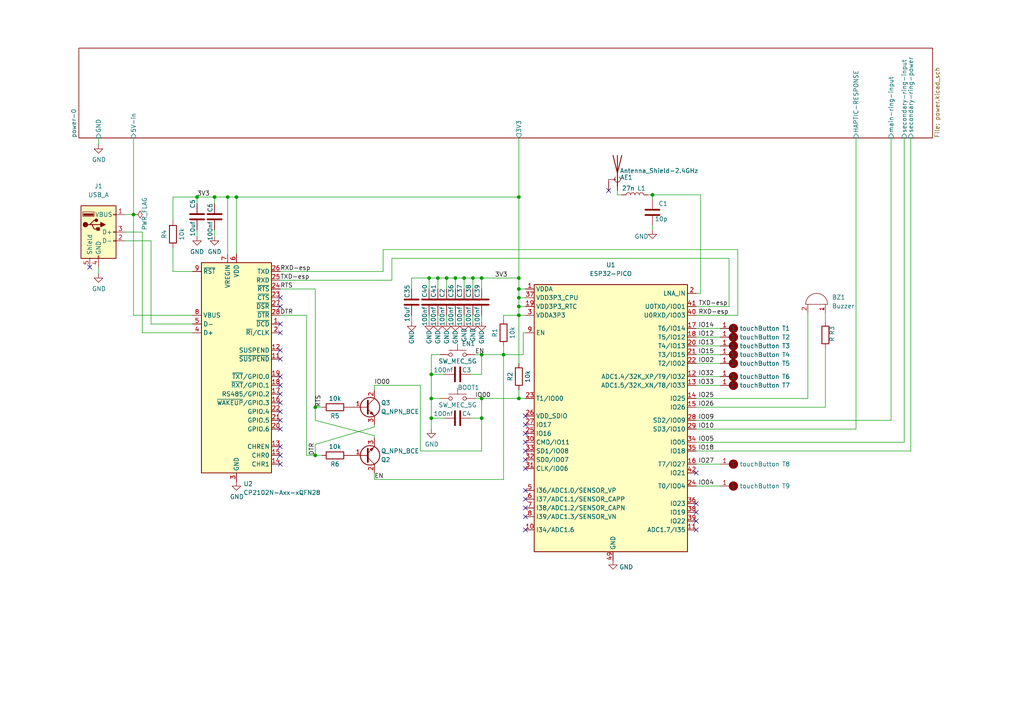
<source format=kicad_sch>
(kicad_sch (version 20211123) (generator eeschema)
  (paper "A4")
  (lib_symbols
    (symbol "BBL:SW_MEC_5G" (pin_numbers hide) (pin_names (offset 1.016) hide)
      (property "Reference" "SW" (at 1.27 2.54 0))
      (property "Value" "SW_MEC_5G" (at 0 -1.524 0))
      (symbol "SW_MEC_5G_0_1"
        (circle (center -2.032 0) (radius 0.508))
        (polyline (pts (xy 0 1.27) (xy 0 3.048)))
        (polyline (pts (xy 2.54 1.27) (xy -2.54 1.27)))
        (circle (center 2.032 0) (radius 0.508))
        (pin passive line (at -5.08 0 0) (length 2.54) (name "A") (number "1"))
        (pin passive line (at 5.08 0 180) (length 2.54) (name "B") (number "2"))
      )
    )
    (symbol "BBLS:ESP32-PICO"
      (property "Reference" "U" (at 0 5.08 0))
      (property "Value" "ESP32-PICO" (at 0 2.54 0))
      (symbol "ESP32-PICO_1_1"
        (rectangle (start -22.86 0) (end 21.59 -77.47) (stroke (width 0.254)) (fill (type background)))
        (pin power_in line (at -25.4 -1.27 0) (length 2.54) (name "VDDA") (number "1"))
        (pin input line (at -25.4 -71.12 0) (length 2.54) (name "I34/ADC1.6") (number "10"))
        (pin input line (at 24.13 -71.12 180) (length 2.54) (name "ADC1.7/I35") (number "11"))
        (pin bidirectional line (at 24.13 -26.67 180) (length 2.54) (name "ADC1.4/32K_XP/T9/IO32") (number "12"))
        (pin bidirectional line (at 24.13 -29.21 180) (length 2.54) (name "ADC1.5/32K_XN/T8/IO33") (number "13"))
        (pin bidirectional line (at 24.13 -33.02 180) (length 2.54) (name "IO25") (number "14"))
        (pin bidirectional line (at 24.13 -35.56 180) (length 2.54) (name "IO26") (number "15"))
        (pin bidirectional line (at 24.13 -52.07 180) (length 2.54) (name "T7/IO27") (number "16"))
        (pin bidirectional line (at 24.13 -12.7 180) (length 2.54) (name "T6/IO14") (number "17"))
        (pin bidirectional line (at 24.13 -15.24 180) (length 2.54) (name "T5/IO12") (number "18"))
        (pin power_in line (at -25.4 -6.35 0) (length 2.54) (name "VDD3P3_RTC") (number "19"))
        (pin bidirectional line (at 24.13 -2.54 180) (length 2.54) (name "LNA_IN") (number "2"))
        (pin bidirectional line (at 24.13 -17.78 180) (length 2.54) (name "T4/IO13") (number "20"))
        (pin bidirectional line (at 24.13 -20.32 180) (length 2.54) (name "T3/IO15") (number "21"))
        (pin bidirectional line (at 24.13 -22.86 180) (length 2.54) (name "T2/IO02") (number "22"))
        (pin bidirectional line (at -25.4 -33.02 0) (length 2.54) (name "T1/IO00") (number "23"))
        (pin bidirectional line (at 24.13 -58.42 180) (length 2.54) (name "T0/IO04") (number "24"))
        (pin bidirectional line (at -25.4 -43.18 0) (length 2.54) (name "IO16") (number "25"))
        (pin power_out line (at -25.4 -38.1 0) (length 2.54) (name "VDD_SDIO") (number "26"))
        (pin bidirectional line (at -25.4 -40.64 0) (length 2.54) (name "IO17") (number "27"))
        (pin bidirectional line (at 24.13 -39.37 180) (length 2.54) (name "SD2/IO09") (number "28"))
        (pin bidirectional line (at 24.13 -41.91 180) (length 2.54) (name "SD3/IO10") (number "29"))
        (pin power_in line (at -25.4 -8.89 0) (length 2.54) (name "VDDA3P3") (number "3"))
        (pin bidirectional line (at -25.4 -45.72 0) (length 2.54) (name "CMD/IO11") (number "30"))
        (pin bidirectional line (at -25.4 -53.34 0) (length 2.54) (name "CLK/IO06") (number "31"))
        (pin bidirectional line (at -25.4 -50.8 0) (length 2.54) (name "SD0/IO07") (number "32"))
        (pin bidirectional line (at -25.4 -48.26 0) (length 2.54) (name "SD1/IO08") (number "33"))
        (pin bidirectional line (at 24.13 -45.72 180) (length 2.54) (name "IO05") (number "34"))
        (pin bidirectional line (at 24.13 -48.26 180) (length 2.54) (name "IO18") (number "35"))
        (pin bidirectional line (at 24.13 -63.5 180) (length 2.54) (name "IO23") (number "36"))
        (pin power_in line (at -25.4 -3.81 0) (length 2.54) (name "VDD3P3_CPU") (number "37"))
        (pin bidirectional line (at 24.13 -66.04 180) (length 2.54) (name "IO19") (number "38"))
        (pin bidirectional line (at 24.13 -68.58 180) (length 2.54) (name "IO22") (number "39"))
        (pin passive line (at -25.4 -8.89 0) (length 2.54) hide (name "VDDA3P3") (number "4"))
        (pin bidirectional line (at 24.13 -8.89 180) (length 2.54) (name "U0RXD/IO03") (number "40"))
        (pin bidirectional line (at 24.13 -6.35 180) (length 2.54) (name "U0TXD/IO01") (number "41"))
        (pin bidirectional line (at 24.13 -54.61 180) (length 2.54) (name "IO21") (number "42"))
        (pin passive line (at -25.4 -1.27 0) (length 2.54) hide (name "VDDA") (number "43"))
        (pin no_connect line (at -22.86 -17.78 0) (length 2.54) hide (name "XTAL_N_NC") (number "44"))
        (pin no_connect line (at -22.86 -20.32 0) (length 2.54) hide (name "XTAL_P_NC") (number "45"))
        (pin passive line (at -25.4 -1.27 0) (length 2.54) hide (name "VDDA") (number "46"))
        (pin no_connect line (at -22.86 -22.86 0) (length 2.54) hide (name "CAP2_NC") (number "47"))
        (pin no_connect line (at -22.86 -25.4 0) (length 2.54) hide (name "CAP1_NC") (number "48"))
        (pin power_in line (at 0 -80.01 90) (length 2.54) (name "GND") (number "49"))
        (pin input line (at -25.4 -59.69 0) (length 2.54) (name "I36/ADC1.0/SENSOR_VP") (number "5"))
        (pin input line (at -25.4 -62.23 0) (length 2.54) (name "I37/ADC1.1/SENSOR_CAPP") (number "6"))
        (pin input line (at -25.4 -64.77 0) (length 2.54) (name "I38/ADC1.2/SENSOR_CAPN") (number "7"))
        (pin input line (at -25.4 -67.31 0) (length 2.54) (name "I39/ADC1.3/SENSOR_VN") (number "8"))
        (pin input line (at -25.4 -13.97 0) (length 2.54) (name "EN") (number "9"))
      )
    )
    (symbol "BBLS:touchButton"
      (property "Reference" "T" (at -1.27 3.81 0))
      (property "Value" "touchButton" (at -1.27 1.27 0))
      (symbol "touchButton_0_1"
        (circle (center 0 -1.27) (radius 1.27) (fill (type outline)))
      )
      (symbol "touchButton_1_1"
        (pin bidirectional line (at -3.81 -1.27 0) (length 2.54) (name "1") (number "1"))
      )
    )
    (symbol "Connector:USB_A" (pin_names (offset 1.016))
      (property "Reference" "J" (at -5.08 11.43 0))
      (property "Value" "USB_A" (at -5.08 8.89 0))
      (symbol "USB_A_0_1"
        (rectangle (start -5.08 -7.62) (end 5.08 7.62) (stroke (width 0.254)) (fill (type background)))
        (circle (center -3.81 2.159) (radius 0.635) (stroke (width 0.254)) (fill (type outline)))
        (rectangle (start -1.524 4.826) (end -4.318 5.334) (fill (type outline)))
        (rectangle (start -1.27 4.572) (end -4.572 5.842))
        (circle (center -0.635 3.429) (radius 0.381) (stroke (width 0.254)) (fill (type outline)))
        (rectangle (start -0.127 -7.62) (end 0.127 -6.858))
        (polyline (pts (xy -3.175 2.159) (xy -2.54 2.159) (xy -1.27 3.429) (xy -0.635 3.429)) (stroke (width 0.254)))
        (polyline (pts (xy -2.54 2.159) (xy -1.905 2.159) (xy -1.27 0.889) (xy 0 0.889)) (stroke (width 0.254)))
        (polyline (pts (xy 0.635 2.794) (xy 0.635 1.524) (xy 1.905 2.159) (xy 0.635 2.794)) (stroke (width 0.254)) (fill (type outline)))
        (rectangle (start 0.254 1.27) (end -0.508 0.508) (stroke (width 0.254)) (fill (type outline)))
        (rectangle (start 5.08 -2.667) (end 4.318 -2.413))
        (rectangle (start 5.08 -0.127) (end 4.318 0.127))
        (rectangle (start 5.08 4.953) (end 4.318 5.207))
      )
      (symbol "USB_A_1_1"
        (polyline (pts (xy -1.905 2.159) (xy 0.635 2.159)) (stroke (width 0.254)))
        (pin power_in line (at 7.62 5.08 180) (length 2.54) (name "VBUS") (number "1"))
        (pin bidirectional line (at 7.62 -2.54 180) (length 2.54) (name "D-") (number "2"))
        (pin bidirectional line (at 7.62 0 180) (length 2.54) (name "D+") (number "3"))
        (pin power_in line (at 0 -10.16 90) (length 2.54) (name "GND") (number "4"))
        (pin passive line (at -2.54 -10.16 90) (length 2.54) (name "Shield") (number "5"))
      )
    )
    (symbol "Device:Buzzer" (pin_names (offset 0.0254) hide)
      (property "Reference" "BZ" (at 3.81 1.27 0))
      (property "Value" "Buzzer" (at 3.81 -1.27 0))
      (symbol "Buzzer_0_1"
        (arc (start 0 -3.175) (mid 3.175 0) (end 0 3.175))
        (polyline (pts (xy -1.651 1.905) (xy -1.143 1.905)))
        (polyline (pts (xy -1.397 2.159) (xy -1.397 1.651)))
        (polyline (pts (xy 0 3.175) (xy 0 -3.175)))
      )
      (symbol "Buzzer_1_1"
        (pin passive line (at -2.54 2.54 0) (length 2.54) (name "-") (number "1"))
        (pin passive line (at -2.54 -2.54 0) (length 2.54) (name "+") (number "2"))
      )
    )
    (symbol "Device:Q_NPN_BCE" (pin_names (offset 0) hide)
      (property "Reference" "Q" (at 5.08 1.27 0))
      (property "Value" "Q_NPN_BCE" (at 5.08 -1.27 0))
      (symbol "Q_NPN_BCE_0_1"
        (polyline (pts (xy 0.635 0.635) (xy 2.54 2.54)))
        (polyline (pts (xy 0.635 -0.635) (xy 2.54 -2.54) (xy 2.54 -2.54)))
        (polyline (pts (xy 0.635 1.905) (xy 0.635 -1.905) (xy 0.635 -1.905)) (stroke (width 0.508)))
        (polyline (pts (xy 1.27 -1.778) (xy 1.778 -1.27) (xy 2.286 -2.286) (xy 1.27 -1.778) (xy 1.27 -1.778)) (fill (type outline)))
        (circle (center 1.27 0) (radius 2.8194) (stroke (width 0.254)))
      )
      (symbol "Q_NPN_BCE_1_1"
        (pin input line (at -5.08 0 0) (length 5.715) (name "B") (number "1"))
        (pin passive line (at 2.54 5.08 270) (length 2.54) (name "C") (number "2"))
        (pin passive line (at 2.54 -5.08 90) (length 2.54) (name "E") (number "3"))
      )
    )
    (symbol "Device:R" (pin_numbers hide) (pin_names (offset 0))
      (property "Reference" "R" (at 2.032 0 90))
      (property "Value" "R" (at 0 0 90))
      (symbol "R_0_1"
        (rectangle (start -1.016 -2.54) (end 1.016 2.54) (stroke (width 0.254)))
      )
      (symbol "R_1_1"
        (pin passive line (at 0 3.81 270) (length 1.27) (name "~") (number "1"))
        (pin passive line (at 0 -3.81 90) (length 1.27) (name "~") (number "2"))
      )
    )
    (symbol "Interface_USB:CP2102N-Axx-xQFN28"
      (property "Reference" "U" (at -8.89 31.75 0))
      (property "Value" "CP2102N-Axx-xQFN28" (at 12.7 31.75 0))
      (symbol "CP2102N-Axx-xQFN28_0_1"
        (rectangle (start -10.16 30.48) (end 10.16 -30.48) (stroke (width 0.254)) (fill (type background)))
      )
      (symbol "CP2102N-Axx-xQFN28_1_1"
        (pin input line (at 12.7 12.7 180) (length 2.54) (name "~{DCD}") (number "1"))
        (pin no_connect line (at -10.16 -27.94 0) (length 2.54) hide (name "NC") (number "10"))
        (pin output line (at 12.7 2.54 180) (length 2.54) (name "~{SUSPEND}") (number "11"))
        (pin output line (at 12.7 5.08 180) (length 2.54) (name "SUSPEND") (number "12"))
        (pin output line (at 12.7 -22.86 180) (length 2.54) (name "CHREN") (number "13"))
        (pin output line (at 12.7 -27.94 180) (length 2.54) (name "CHR1") (number "14"))
        (pin output line (at 12.7 -25.4 180) (length 2.54) (name "CHR0") (number "15"))
        (pin bidirectional line (at 12.7 -10.16 180) (length 2.54) (name "~{WAKEUP}/GPIO.3") (number "16"))
        (pin bidirectional line (at 12.7 -7.62 180) (length 2.54) (name "RS485/GPIO.2") (number "17"))
        (pin bidirectional line (at 12.7 -5.08 180) (length 2.54) (name "~{RXT}/GPIO.1") (number "18"))
        (pin bidirectional line (at 12.7 -2.54 180) (length 2.54) (name "~{TXT}/GPIO.0") (number "19"))
        (pin bidirectional line (at 12.7 10.16 180) (length 2.54) (name "~{RI}/CLK") (number "2"))
        (pin bidirectional line (at 12.7 -17.78 180) (length 2.54) (name "GPIO.6") (number "20"))
        (pin bidirectional line (at 12.7 -15.24 180) (length 2.54) (name "GPIO.5") (number "21"))
        (pin bidirectional line (at 12.7 -12.7 180) (length 2.54) (name "GPIO.4") (number "22"))
        (pin input line (at 12.7 20.32 180) (length 2.54) (name "~{CTS}") (number "23"))
        (pin output line (at 12.7 22.86 180) (length 2.54) (name "~{RTS}") (number "24"))
        (pin input line (at 12.7 25.4 180) (length 2.54) (name "RXD") (number "25"))
        (pin output line (at 12.7 27.94 180) (length 2.54) (name "TXD") (number "26"))
        (pin input line (at 12.7 17.78 180) (length 2.54) (name "~{DSR}") (number "27"))
        (pin output line (at 12.7 15.24 180) (length 2.54) (name "~{DTR}") (number "28"))
        (pin passive line (at 0 -33.02 90) (length 2.54) hide (name "GND") (number "29"))
        (pin power_in line (at 0 -33.02 90) (length 2.54) (name "GND") (number "3"))
        (pin bidirectional line (at -12.7 10.16 0) (length 2.54) (name "D+") (number "4"))
        (pin bidirectional line (at -12.7 12.7 0) (length 2.54) (name "D-") (number "5"))
        (pin power_in line (at 0 33.02 270) (length 2.54) (name "VDD") (number "6"))
        (pin power_in line (at -2.54 33.02 270) (length 2.54) (name "VREGIN") (number "7"))
        (pin input line (at -12.7 15.24 0) (length 2.54) (name "VBUS") (number "8"))
        (pin input line (at -12.7 27.94 0) (length 2.54) (name "~{RST}") (number "9"))
      )
    )
    (symbol "future-rescue:Antenna_Shield-Device" (pin_numbers hide) (pin_names (offset 1.016) hide)
      (property "Reference" "AE" (at -1.905 4.445 0))
      (property "Value" "Antenna_Shield-Device" (at -1.905 2.54 0))
      (symbol "Antenna_Shield-Device_0_1"
        (arc (start -0.508 -1.143) (mid -0.8429 -2.1194) (end 0 -2.667))
        (arc (start 0 -2.667) (mid 0.7989 -2.1052) (end 0.508 -1.143))
        (polyline (pts (xy 0 -2.54) (xy 0 0)))
        (polyline (pts (xy 0 5.08) (xy 0 -3.81)) (stroke (width 0.254)))
        (polyline (pts (xy 0.762 -1.905) (xy 2.54 -1.905)))
        (polyline (pts (xy 2.54 -2.54) (xy 2.54 -1.905)))
        (polyline (pts (xy 1.27 5.08) (xy 0 0) (xy -1.27 5.08)) (stroke (width 0.254)))
        (circle (center 0.762 -1.905) (radius 0.1778) (fill (type outline)))
      )
      (symbol "Antenna_Shield-Device_1_1"
        (pin input line (at 0 -5.08 90) (length 2.54) (name "A") (number "1"))
        (pin input line (at 2.54 -5.08 90) (length 2.54) (name "Shield") (number "2"))
      )
    )
    (symbol "future-rescue:C-Device" (pin_numbers hide) (pin_names (offset 0.254))
      (property "Reference" "C" (at 0.635 2.54 0))
      (property "Value" "C-Device" (at 0.635 -2.54 0))
      (symbol "C-Device_0_1"
        (polyline (pts (xy -2.032 -0.762) (xy 2.032 -0.762)) (stroke (width 0.508)))
        (polyline (pts (xy -2.032 0.762) (xy 2.032 0.762)) (stroke (width 0.508)))
      )
      (symbol "C-Device_1_1"
        (pin passive line (at 0 3.81 270) (length 2.794) (name "~") (number "1"))
        (pin passive line (at 0 -3.81 90) (length 2.794) (name "~") (number "2"))
      )
    )
    (symbol "future-rescue:GND-power" (power) (pin_names (offset 0))
      (property "Value" "GND-power" (at 0 -3.81 0))
      (symbol "GND-power_0_1"
        (polyline (pts (xy 0 0) (xy 0 -1.27) (xy 1.27 -1.27) (xy 0 -2.54) (xy -1.27 -1.27) (xy 0 -1.27)))
      )
      (symbol "GND-power_1_1"
        (pin power_in line (at 0 0 270) (length 0) hide (name "GND") (number "1"))
      )
    )
    (symbol "future-rescue:L-Device" (pin_numbers hide) (pin_names (offset 1.016) hide)
      (property "Reference" "L" (at -1.27 0 90))
      (property "Value" "L-Device" (at 1.905 0 90))
      (symbol "L-Device_0_1"
        (arc (start 0 -2.54) (mid 0.635 -1.905) (end 0 -1.27))
        (arc (start 0 -1.27) (mid 0.635 -0.635) (end 0 0))
        (arc (start 0 0) (mid 0.635 0.635) (end 0 1.27))
        (arc (start 0 1.27) (mid 0.635 1.905) (end 0 2.54))
      )
      (symbol "L-Device_1_1"
        (pin passive line (at 0 3.81 270) (length 1.27) (name "1") (number "1"))
        (pin passive line (at 0 -3.81 90) (length 1.27) (name "2") (number "2"))
      )
    )
    (symbol "future-rescue:R-Device" (pin_numbers hide) (pin_names (offset 0))
      (property "Reference" "R" (at 2.032 0 90))
      (property "Value" "R-Device" (at 0 0 90))
      (symbol "R-Device_0_1"
        (rectangle (start -1.016 -2.54) (end 1.016 2.54) (stroke (width 0.254)))
      )
      (symbol "R-Device_1_1"
        (pin passive line (at 0 3.81 270) (length 1.27) (name "~") (number "1"))
        (pin passive line (at 0 -3.81 90) (length 1.27) (name "~") (number "2"))
      )
    )
    (symbol "power:PWR_FLAG" (power) (pin_numbers hide) (pin_names (offset 0) hide)
      (property "Value" "PWR_FLAG" (at 0 3.81 0))
      (symbol "PWR_FLAG_0_0"
        (pin power_out line (at 0 0 90) (length 0) (name "pwr") (number "1"))
      )
      (symbol "PWR_FLAG_0_1"
        (polyline (pts (xy 0 0) (xy 0 1.27) (xy -1.016 1.905) (xy 0 2.54) (xy 1.016 1.905) (xy 0 1.27)))
      )
    )
    (symbol "touchButton_1"
      (property "Reference" "T" (at -1.27 3.81 0))
      (property "Value" "touchButton_1" (at -1.27 1.27 0))
      (symbol "touchButton_1_0_1"
        (circle (center 0 -1.27) (radius 1.27) (fill (type outline)))
      )
      (symbol "touchButton_1_1_1"
        (pin bidirectional line (at -3.81 -1.27 0) (length 2.54) (name "1") (number "1"))
      )
    )
    (symbol "touchButton_2"
      (property "Reference" "T" (at -1.27 3.81 0))
      (property "Value" "touchButton_2" (at -1.27 1.27 0))
      (symbol "touchButton_2_0_1"
        (circle (center 0 -1.27) (radius 1.27) (fill (type outline)))
      )
      (symbol "touchButton_2_1_1"
        (pin bidirectional line (at -3.81 -1.27 0) (length 2.54) (name "1") (number "1"))
      )
    )
    (symbol "touchButton_3"
      (property "Reference" "T" (at -1.27 3.81 0))
      (property "Value" "touchButton_3" (at -1.27 1.27 0))
      (symbol "touchButton_3_0_1"
        (circle (center 0 -1.27) (radius 1.27) (fill (type outline)))
      )
      (symbol "touchButton_3_1_1"
        (pin bidirectional line (at -3.81 -1.27 0) (length 2.54) (name "1") (number "1"))
      )
    )
    (symbol "touchButton_4"
      (property "Reference" "T" (at -1.27 3.81 0))
      (property "Value" "touchButton_4" (at -1.27 1.27 0))
      (symbol "touchButton_4_0_1"
        (circle (center 0 -1.27) (radius 1.27) (fill (type outline)))
      )
      (symbol "touchButton_4_1_1"
        (pin bidirectional line (at -3.81 -1.27 0) (length 2.54) (name "1") (number "1"))
      )
    )
  )
  (junction (at 38.735 62.23))
  (junction (at 189.23 56.515))
  (junction (at 129.54 80.645))
  (junction (at 139.7 80.645))
  (junction (at 57.15 57.15))
  (junction (at 125.095 108.585))
  (junction (at 150.495 86.36))
  (junction (at 150.495 57.15))
  (junction (at 91.44 118.11))
  (junction (at 124.46 80.645))
  (junction (at 150.495 83.82))
  (junction (at 139.7 102.87))
  (junction (at 132.08 80.645))
  (junction (at 139.7 115.57))
  (junction (at 150.495 88.9))
  (junction (at 137.16 80.645))
  (junction (at 146.05 102.87))
  (junction (at 139.7 121.285))
  (junction (at 127 80.645))
  (junction (at 134.62 80.645))
  (junction (at 68.58 57.15))
  (junction (at 150.495 115.57))
  (junction (at 150.495 91.44))
  (junction (at 125.095 121.285))
  (junction (at 125.095 115.57))
  (junction (at 66.04 57.15))
  (junction (at 62.23 57.15))
  (junction (at 91.44 132.08))
  (junction (at 150.495 80.645))
  (no_connect (at 26.035 77.47))
  (no_connect (at 152.4 125.73))
  (no_connect (at 152.4 130.81))
  (no_connect (at 152.4 120.65))
  (no_connect (at 152.4 123.19))
  (no_connect (at 152.4 128.27))
  (no_connect (at 152.4 133.35))
  (no_connect (at 152.4 135.89))
  (no_connect (at 176.53 55.245))
  (no_connect (at 81.28 88.9))
  (no_connect (at 81.28 86.36))
  (no_connect (at 81.28 116.84))
  (no_connect (at 81.28 111.76))
  (no_connect (at 81.28 114.3))
  (no_connect (at 81.28 109.22))
  (no_connect (at 81.28 134.62))
  (no_connect (at 81.28 129.54))
  (no_connect (at 81.28 124.46))
  (no_connect (at 81.28 132.08))
  (no_connect (at 81.28 119.38))
  (no_connect (at 81.28 121.92))
  (no_connect (at 81.28 104.14))
  (no_connect (at 81.28 101.6))
  (no_connect (at 81.28 93.98))
  (no_connect (at 81.28 96.52))
  (no_connect (at 201.93 153.67))
  (no_connect (at 201.93 151.13))
  (no_connect (at 201.93 148.59))
  (no_connect (at 201.93 146.05))
  (no_connect (at 201.93 137.16))
  (no_connect (at 152.4 142.24))
  (no_connect (at 152.4 144.78))
  (no_connect (at 152.4 147.32))
  (no_connect (at 152.4 149.86))
  (no_connect (at 152.4 153.67))
  (wire (pts (xy 258.445 40.005) (xy 258.445 121.92)))
  (wire (pts (xy 201.93 134.62) (xy 208.915 134.62)))
  (wire (pts (xy 132.08 91.44) (xy 132.08 93.345)))
  (wire (pts (xy 152.4 88.9) (xy 150.495 88.9)))
  (wire (pts (xy 201.93 111.76) (xy 208.915 111.76)))
  (wire (pts (xy 50.165 57.15) (xy 57.15 57.15)))
  (wire (pts (xy 57.15 57.15) (xy 62.23 57.15)))
  (wire (pts (xy 68.58 57.15) (xy 66.04 57.15)))
  (wire (pts (xy 119.38 91.44) (xy 119.38 93.345)))
  (wire (pts (xy 108.585 111.76) (xy 121.92 111.76)))
  (wire (pts (xy 150.495 113.03) (xy 150.495 115.57)))
  (wire (pts (xy 108.585 137.16) (xy 108.585 139.065)))
  (wire (pts (xy 43.815 93.98) (xy 43.815 69.85)))
  (wire (pts (xy 201.93 115.57) (xy 234.315 115.57)))
  (wire (pts (xy 151.765 96.52) (xy 152.4 96.52)))
  (wire (pts (xy 55.88 91.44) (xy 38.735 91.44)))
  (wire (pts (xy 211.455 88.9) (xy 211.455 74.93)))
  (wire (pts (xy 125.095 108.585) (xy 125.095 102.87)))
  (wire (pts (xy 41.275 96.52) (xy 55.88 96.52)))
  (wire (pts (xy 139.7 115.57) (xy 139.7 121.285)))
  (wire (pts (xy 136.525 108.585) (xy 139.7 108.585)))
  (wire (pts (xy 125.095 115.57) (xy 127.635 115.57)))
  (wire (pts (xy 146.05 139.065) (xy 146.05 102.87)))
  (wire (pts (xy 41.275 67.31) (xy 41.275 96.52)))
  (wire (pts (xy 150.495 91.44) (xy 150.495 88.9)))
  (wire (pts (xy 150.495 86.36) (xy 150.495 83.82)))
  (wire (pts (xy 201.93 97.79) (xy 208.915 97.79)))
  (wire (pts (xy 68.58 57.15) (xy 150.495 57.15)))
  (wire (pts (xy 88.9 132.08) (xy 91.44 132.08)))
  (wire (pts (xy 150.495 40.005) (xy 150.495 57.15)))
  (wire (pts (xy 146.05 100.33) (xy 146.05 102.87)))
  (wire (pts (xy 129.54 91.44) (xy 129.54 93.345)))
  (wire (pts (xy 201.93 105.41) (xy 208.915 105.41)))
  (wire (pts (xy 88.9 132.08) (xy 88.9 91.44)))
  (wire (pts (xy 128.905 108.585) (xy 125.095 108.585)))
  (wire (pts (xy 139.7 115.57) (xy 150.495 115.57)))
  (wire (pts (xy 150.495 57.15) (xy 150.495 80.645)))
  (wire (pts (xy 129.54 80.645) (xy 132.08 80.645)))
  (wire (pts (xy 201.93 121.92) (xy 258.445 121.92)))
  (wire (pts (xy 108.585 126.365) (xy 91.44 121.92)))
  (wire (pts (xy 125.095 108.585) (xy 125.095 115.57)))
  (wire (pts (xy 127 80.645) (xy 129.54 80.645)))
  (wire (pts (xy 137.16 80.645) (xy 139.7 80.645)))
  (wire (pts (xy 38.735 91.44) (xy 38.735 62.23)))
  (wire (pts (xy 50.165 57.15) (xy 50.165 64.135)))
  (wire (pts (xy 108.585 113.03) (xy 108.585 111.76)))
  (wire (pts (xy 139.7 80.645) (xy 150.495 80.645)))
  (wire (pts (xy 129.54 80.645) (xy 129.54 83.82)))
  (wire (pts (xy 108.585 127) (xy 108.585 126.365)))
  (wire (pts (xy 239.395 100.965) (xy 239.395 118.11)))
  (wire (pts (xy 28.575 41.91) (xy 28.575 40.005)))
  (wire (pts (xy 137.16 80.645) (xy 137.16 83.82)))
  (wire (pts (xy 36.195 67.31) (xy 41.275 67.31)))
  (wire (pts (xy 189.23 65.405) (xy 189.23 66.675)))
  (wire (pts (xy 264.16 130.81) (xy 201.93 130.81)))
  (wire (pts (xy 108.585 123.825) (xy 91.44 128.905)))
  (wire (pts (xy 66.04 57.15) (xy 62.23 57.15)))
  (wire (pts (xy 38.735 40.005) (xy 38.735 62.23)))
  (wire (pts (xy 137.16 91.44) (xy 137.16 93.345)))
  (wire (pts (xy 134.62 80.645) (xy 134.62 83.82)))
  (wire (pts (xy 91.44 132.08) (xy 93.345 132.08)))
  (wire (pts (xy 150.495 86.36) (xy 152.4 86.36)))
  (wire (pts (xy 28.575 79.375) (xy 28.575 77.47)))
  (wire (pts (xy 139.7 108.585) (xy 139.7 102.87)))
  (wire (pts (xy 150.495 88.9) (xy 150.495 86.36)))
  (wire (pts (xy 201.93 100.33) (xy 208.915 100.33)))
  (wire (pts (xy 125.095 115.57) (xy 125.095 121.285)))
  (wire (pts (xy 262.255 40.005) (xy 262.255 128.27)))
  (wire (pts (xy 139.7 102.87) (xy 146.05 102.87)))
  (wire (pts (xy 234.315 115.57) (xy 234.315 90.805)))
  (wire (pts (xy 137.795 115.57) (xy 139.7 115.57)))
  (wire (pts (xy 57.15 59.055) (xy 57.15 57.15)))
  (wire (pts (xy 146.05 91.44) (xy 150.495 91.44)))
  (wire (pts (xy 201.93 95.25) (xy 208.915 95.25)))
  (wire (pts (xy 62.23 57.15) (xy 62.23 59.055)))
  (wire (pts (xy 36.195 62.23) (xy 38.735 62.23)))
  (wire (pts (xy 139.7 80.645) (xy 139.7 83.82)))
  (wire (pts (xy 91.44 118.11) (xy 93.345 118.11)))
  (wire (pts (xy 127 91.44) (xy 127 93.345)))
  (wire (pts (xy 125.095 102.87) (xy 127.635 102.87)))
  (wire (pts (xy 55.88 78.74) (xy 50.165 78.74)))
  (wire (pts (xy 111.125 78.74) (xy 111.125 72.39)))
  (wire (pts (xy 55.88 93.98) (xy 43.815 93.98)))
  (wire (pts (xy 201.93 85.09) (xy 203.2 85.09)))
  (wire (pts (xy 201.93 140.97) (xy 208.915 140.97)))
  (wire (pts (xy 119.38 83.82) (xy 119.38 80.645)))
  (wire (pts (xy 201.93 91.44) (xy 213.995 91.44)))
  (wire (pts (xy 201.93 88.9) (xy 211.455 88.9)))
  (wire (pts (xy 113.665 74.93) (xy 113.665 81.28)))
  (wire (pts (xy 152.4 83.82) (xy 150.495 83.82)))
  (wire (pts (xy 66.04 73.66) (xy 66.04 57.15)))
  (wire (pts (xy 189.23 57.785) (xy 189.23 56.515)))
  (wire (pts (xy 125.095 121.285) (xy 125.095 124.46)))
  (wire (pts (xy 121.92 111.76) (xy 121.92 130.81)))
  (wire (pts (xy 119.38 80.645) (xy 124.46 80.645)))
  (wire (pts (xy 81.28 78.74) (xy 111.125 78.74)))
  (wire (pts (xy 180.34 56.515) (xy 179.07 56.515)))
  (wire (pts (xy 201.93 109.22) (xy 208.915 109.22)))
  (wire (pts (xy 108.585 139.065) (xy 146.05 139.065)))
  (wire (pts (xy 91.44 128.905) (xy 91.44 132.08)))
  (wire (pts (xy 121.92 130.81) (xy 139.7 130.81)))
  (wire (pts (xy 151.765 102.87) (xy 151.765 96.52)))
  (wire (pts (xy 203.2 56.515) (xy 203.2 85.09)))
  (wire (pts (xy 134.62 80.645) (xy 137.16 80.645)))
  (wire (pts (xy 187.96 56.515) (xy 189.23 56.515)))
  (wire (pts (xy 124.46 80.645) (xy 127 80.645)))
  (wire (pts (xy 139.7 121.285) (xy 139.7 130.81)))
  (wire (pts (xy 50.165 78.74) (xy 50.165 71.755)))
  (wire (pts (xy 132.08 80.645) (xy 134.62 80.645)))
  (wire (pts (xy 189.23 56.515) (xy 203.2 56.515)))
  (wire (pts (xy 91.44 83.82) (xy 91.44 118.11)))
  (wire (pts (xy 152.4 115.57) (xy 150.495 115.57)))
  (wire (pts (xy 239.395 90.805) (xy 239.395 93.345)))
  (wire (pts (xy 201.93 128.27) (xy 262.255 128.27)))
  (wire (pts (xy 211.455 74.93) (xy 113.665 74.93)))
  (wire (pts (xy 81.28 83.82) (xy 91.44 83.82)))
  (wire (pts (xy 150.495 91.44) (xy 152.4 91.44)))
  (wire (pts (xy 62.23 66.675) (xy 62.23 68.58)))
  (wire (pts (xy 81.28 81.28) (xy 113.665 81.28)))
  (wire (pts (xy 134.62 91.44) (xy 134.62 93.345)))
  (wire (pts (xy 248.285 124.46) (xy 201.93 124.46)))
  (wire (pts (xy 43.815 69.85) (xy 36.195 69.85)))
  (wire (pts (xy 201.93 102.87) (xy 208.915 102.87)))
  (wire (pts (xy 111.125 72.39) (xy 213.995 72.39)))
  (wire (pts (xy 127 80.645) (xy 127 83.82)))
  (wire (pts (xy 179.07 55.245) (xy 179.07 56.515)))
  (wire (pts (xy 68.58 73.66) (xy 68.58 57.15)))
  (wire (pts (xy 124.46 80.645) (xy 124.46 83.82)))
  (wire (pts (xy 136.525 121.285) (xy 139.7 121.285)))
  (wire (pts (xy 150.495 80.645) (xy 150.495 83.82)))
  (wire (pts (xy 81.28 91.44) (xy 88.9 91.44)))
  (wire (pts (xy 264.16 40.005) (xy 264.16 130.81)))
  (wire (pts (xy 146.05 102.87) (xy 151.765 102.87)))
  (wire (pts (xy 213.995 72.39) (xy 213.995 91.44)))
  (wire (pts (xy 239.395 118.11) (xy 201.93 118.11)))
  (wire (pts (xy 132.08 80.645) (xy 132.08 83.82)))
  (wire (pts (xy 108.585 123.19) (xy 108.585 123.825)))
  (wire (pts (xy 139.7 91.44) (xy 139.7 93.345)))
  (wire (pts (xy 57.15 66.675) (xy 57.15 68.58)))
  (wire (pts (xy 124.46 91.44) (xy 124.46 93.345)))
  (wire (pts (xy 137.795 102.87) (xy 139.7 102.87)))
  (wire (pts (xy 150.495 105.41) (xy 150.495 91.44)))
  (wire (pts (xy 248.285 40.005) (xy 248.285 124.46)))
  (wire (pts (xy 91.44 118.11) (xy 91.44 121.92)))
  (wire (pts (xy 146.05 92.71) (xy 146.05 91.44)))
  (wire (pts (xy 128.905 121.285) (xy 125.095 121.285)))
  (label "IO25" (at 202.565 115.57 0))
  (label "IO05" (at 202.565 128.27 0))
  (label "IO09" (at 202.565 121.92 0))
  (label "3V3" (at 143.51 80.645 0))
  (label "RXD-esp" (at 81.28 78.74 0))
  (label "IO14" (at 202.565 95.25 0))
  (label "TXD-esp" (at 202.565 88.9 0))
  (label "IO00" (at 137.795 115.57 0))
  (label "IO10" (at 202.565 124.46 0))
  (label "RTS" (at 93.345 118.11 90))
  (label "IO15" (at 202.565 102.87 0))
  (label "DTR" (at 81.28 91.44 0))
  (label "IO02" (at 202.565 105.41 0))
  (label "IO27" (at 202.565 134.62 0))
  (label "IO33" (at 202.565 111.76 0))
  (label "RTS" (at 81.28 83.82 0))
  (label "IO13" (at 202.565 100.33 0))
  (label "RXD-esp" (at 202.565 91.44 0))
  (label "IO26" (at 202.565 118.11 0))
  (label "TXD-esp" (at 81.28 81.28 0))
  (label "IO12" (at 202.565 97.79 0))
  (label "EN" (at 137.795 102.87 0))
  (label "IO04" (at 202.565 140.97 0))
  (label "IO18" (at 202.565 130.81 0))
  (label "EN" (at 108.585 139.065 0))
  (label "IO32" (at 202.565 109.22 0))
  (label "IO00" (at 108.585 111.76 0))
  (label "3V3" (at 57.15 57.15 0))
  (label "DTR" (at 91.44 132.08 90))
  (symbol (lib_id "future-rescue:C-Device") (at 189.23 61.595 0) (mirror y) (unit 1)
    (property "Reference" "C1" (at 193.675 59.055 0) (effects (justify left)))
    (property "Value" "10p" (at 193.675 63.5 0) (effects (justify left)))
    (property "Footprint" "Capacitor_SMD:C_0402_1005Metric" (effects hide))
    (property "LCSC" "C32949" (effects hide))
  )
  (symbol (lib_id "future-rescue:GND-power") (at 189.23 66.675 0) (mirror y) (unit 1)
    (property "Reference" "#PWR02" (effects hide))
    (property "Value" "GND" (at 186.055 68.58 0))
  )
  (symbol (lib_id "future-rescue:L-Device") (at 184.15 56.515 90) (unit 1)
    (property "Reference" "L1" (at 186.055 54.61 90))
    (property "Value" "27n" (at 182.245 54.61 90))
    (property "Footprint" "Inductor_SMD:L_0402_1005Metric" (effects hide))
    (property "LCSC" "C90177" (effects hide))
  )
  (symbol (lib_id "future-rescue:GND-power") (at 177.8 162.56 0) (unit 1)
    (property "Reference" "#PWR08" (effects hide))
    (property "Value" "GND" (at 181.61 164.465 0))
  )
  (symbol (lib_id "future-rescue:R-Device") (at 146.05 96.52 0) (unit 1)
    (property "Reference" "R1" (at 143.51 96.52 90))
    (property "Value" "10k" (at 148.59 96.52 90))
    (property "Footprint" "Resistor_SMD:R_0402_1005Metric" (effects hide))
    (property "LCSC" "C25744" (effects hide))
    (property "Manufacturer" "Vishay" (effects hide))
    (property "PartNumber" "CRCW040210K0FKEDC" (effects hide))
  )
  (symbol (lib_id "future-rescue:C-Device") (at 119.38 87.63 0) (mirror x) (unit 1)
    (property "Reference" "C35" (at 118.11 82.55 90) (effects (justify left)))
    (property "Value" "10uf" (at 118.11 88.9 90) (effects (justify left)))
    (property "Footprint" "Capacitor_SMD:C_0402_1005Metric" (effects hide))
    (property "LCSC" "C77000" (effects hide))
    (property "Manufacturer" "MURATA ELECTRONICS" (effects hide))
    (property "PartNumber" " GRM155R61A106ME44D" (effects hide))
  )
  (symbol (lib_id "future-rescue:C-Device") (at 139.7 87.63 0) (unit 1)
    (property "Reference" "C39" (at 138.43 86.36 90) (effects (justify left)))
    (property "Value" "100nf" (at 138.43 94.615 90) (effects (justify left)))
    (property "Footprint" "Capacitor_SMD:C_0402_1005Metric" (effects hide))
    (property "LCSC" "C1525" (effects hide))
    (property "Manufacturer" "Murata Electronics" (effects hide))
    (property "PartNumber" "GCM155R71H104KE02D" (effects hide))
  )
  (symbol (lib_id "future-rescue:C-Device") (at 137.16 87.63 0) (unit 1)
    (property "Reference" "C38" (at 135.89 86.36 90) (effects (justify left)))
    (property "Value" "100nf" (at 135.89 94.615 90) (effects (justify left)))
    (property "Footprint" "Capacitor_SMD:C_0402_1005Metric" (effects hide))
    (property "LCSC" "C1525" (effects hide))
    (property "Manufacturer" "Murata Electronics" (effects hide))
    (property "PartNumber" "GCM155R71H104KE02D" (effects hide))
  )
  (symbol (lib_id "future-rescue:C-Device") (at 134.62 87.63 0) (unit 1)
    (property "Reference" "C37" (at 133.35 86.36 90) (effects (justify left)))
    (property "Value" "100nf" (at 133.35 94.615 90) (effects (justify left)))
    (property "Footprint" "Capacitor_SMD:C_0402_1005Metric" (effects hide))
    (property "LCSC" "C1525" (effects hide))
    (property "Manufacturer" "Murata Electronics" (effects hide))
    (property "PartNumber" "GCM155R71H104KE02D" (effects hide))
  )
  (symbol (lib_id "future-rescue:C-Device") (at 132.08 87.63 0) (unit 1)
    (property "Reference" "C36" (at 130.81 86.36 90) (effects (justify left)))
    (property "Value" "100nf" (at 130.81 94.615 90) (effects (justify left)))
    (property "Footprint" "Capacitor_SMD:C_0402_1005Metric" (effects hide))
    (property "LCSC" "C1525" (effects hide))
    (property "Manufacturer" "Murata Electronics" (effects hide))
    (property "PartNumber" "GCM155R71H104KE02D" (effects hide))
  )
  (symbol (lib_id "future-rescue:R-Device") (at 150.495 109.22 0) (unit 1)
    (property "Reference" "R2" (at 147.955 109.22 90))
    (property "Value" "10k" (at 153.035 109.22 90))
    (property "Footprint" "Resistor_SMD:R_0402_1005Metric" (effects hide))
    (property "LCSC" "C25744" (effects hide))
    (property "Manufacturer" "Vishay" (effects hide))
    (property "PartNumber" "CRCW040210K0FKEDC" (effects hide))
  )
  (symbol (lib_id "future-rescue:C-Device") (at 127 87.63 0) (unit 1)
    (property "Reference" "C41" (at 125.73 86.36 90) (effects (justify left)))
    (property "Value" "100nf" (at 125.73 94.615 90) (effects (justify left)))
    (property "Footprint" "Capacitor_SMD:C_0402_1005Metric" (effects hide))
    (property "LCSC" "C1525" (effects hide))
    (property "Manufacturer" "Murata Electronics" (effects hide))
    (property "PartNumber" "GCM155R71H104KE02D" (effects hide))
  )
  (symbol (lib_id "future-rescue:C-Device") (at 124.46 87.63 0) (unit 1)
    (property "Reference" "C40" (at 123.19 86.36 90) (effects (justify left)))
    (property "Value" "100nf" (at 123.19 94.615 90) (effects (justify left)))
    (property "Footprint" "Capacitor_SMD:C_0402_1005Metric" (effects hide))
    (property "LCSC" "C1525" (effects hide))
    (property "Manufacturer" "Murata Electronics" (effects hide))
    (property "PartNumber" "GCM155R71H104KE02D" (effects hide))
  )
  (symbol (lib_id "BBL:SW_MEC_5G") (at 132.715 102.87 0) (unit 1)
    (property "Reference" "EN1" (at 135.89 99.695 0))
    (property "Value" "SW_MEC_5G" (at 132.715 104.775 0))
    (property "Footprint" "BBLS:SMD_3×4×2.0" (effects hide))
    (property "Datasheet" "http://www.apem.com/int/index.php?controller=attachment&id_attachment=488" (effects hide))
    (property "LCSC" "C720477" (effects hide))
    (property "Manufacturer" "XUNPU" (effects hide))
    (property "PartNumber" "TS-1088-AR02016" (effects hide))
  )
  (symbol (lib_id "future-rescue:Antenna_Shield-Device") (at 179.07 50.165 0) (mirror y) (unit 1)
    (property "Reference" "AE1" (at 183.515 51.435 0) (effects (justify left)))
    (property "Value" "Antenna_Shield-2.4GHz" (at 202.565 49.53 0) (effects (justify left)))
    (property "Footprint" "BBLS:SMD-2_1.6x3.1x0.6" (effects hide))
    (property "Datasheet" "https://datasheet.lcsc.com/lcsc/1810201611_Walsin-Tech-Corp-RFANT3216120A5T_C127629.pdf" (effects hide))
    (property "LCSC" "C127629" (effects hide))
  )
  (symbol (lib_name "touchButton_3") (lib_id "BBLS:touchButton") (at 212.725 133.35 0) (unit 1)
    (property "Reference" "T8" (at 227.965 134.62 0))
    (property "Value" "touchButton" (at 220.345 134.62 0))
    (property "Footprint" "BBLS:touch-point" (effects hide))
  )
  (symbol (lib_id "future-rescue:GND-power") (at 57.15 68.58 0) (unit 1)
    (property "Reference" "#PWR0106" (effects hide))
    (property "Value" "GND" (at 57.15 73.025 0))
  )
  (symbol (lib_id "future-rescue:R-Device") (at 97.155 132.08 90) (unit 1)
    (property "Reference" "R6" (at 97.155 134.62 90))
    (property "Value" "10k" (at 97.155 129.54 90))
    (property "Footprint" "Resistor_SMD:R_0402_1005Metric" (effects hide))
    (property "LCSC" "C25744" (effects hide))
    (property "Manufacturer" "Vishay" (effects hide))
    (property "PartNumber" "CRCW040210K0FKEDC" (effects hide))
  )
  (symbol (lib_id "Device:Q_NPN_BCE") (at 106.045 118.11 0) (unit 1)
    (property "Reference" "Q3" (at 110.49 116.84 0) (effects (justify left)))
    (property "Value" "Q_NPN_BCE" (at 110.49 119.38 0) (effects (justify left)))
    (property "Footprint" "Package_TO_SOT_SMD:SOT-23" (effects hide))
    (property "Datasheet" "https://datasheet.lcsc.com/szlcsc/Changjiang-Electronics-Tech-CJ-MMBT3904_C20526.pdf" (effects hide))
    (property "LCSC" "C20526" (effects hide))
    (property "JLCPCB_CORRECTION" "0;0;180" (effects hide))
  )
  (symbol (lib_name "touchButton_3") (lib_id "BBLS:touchButton") (at 212.725 110.49 0) (unit 1)
    (property "Reference" "T7" (at 227.965 111.76 0))
    (property "Value" "touchButton" (at 220.345 111.76 0))
    (property "Footprint" "BBLS:touch-point" (effects hide))
  )
  (symbol (lib_id "Device:Buzzer") (at 236.855 88.265 270) (mirror x) (unit 1)
    (property "Reference" "BZ1" (at 241.3 86.2329 90) (effects (justify left)))
    (property "Value" "Buzzer" (at 241.3 88.7729 90) (effects (justify left)))
    (property "Footprint" "BBLS:BUZ-SMD" (effects hide))
  )
  (symbol (lib_id "future-rescue:GND-power") (at 134.62 93.345 0) (unit 1)
    (property "Reference" "#PWR0113" (effects hide))
    (property "Value" "GND" (at 134.62 97.155 90))
  )
  (symbol (lib_id "future-rescue:GND-power") (at 62.23 68.58 0) (unit 1)
    (property "Reference" "#PWR0108" (effects hide))
    (property "Value" "GND" (at 62.23 73.025 0))
  )
  (symbol (lib_id "future-rescue:C-Device") (at 129.54 87.63 0) (unit 1)
    (property "Reference" "C2" (at 128.27 86.36 90) (effects (justify left)))
    (property "Value" "100nf" (at 128.27 94.615 90) (effects (justify left)))
    (property "Footprint" "Capacitor_SMD:C_0402_1005Metric" (effects hide))
    (property "LCSC" "C1525" (effects hide))
    (property "Manufacturer" "Murata Electronics" (effects hide))
    (property "PartNumber" "GCM155R71H104KE02D" (effects hide))
  )
  (symbol (lib_name "touchButton_3") (lib_id "BBLS:touchButton") (at 212.725 139.7 0) (unit 1)
    (property "Reference" "T9" (at 227.965 140.97 0))
    (property "Value" "touchButton" (at 220.345 140.97 0))
    (property "Footprint" "BBLS:touch-point" (effects hide))
  )
  (symbol (lib_id "Device:R") (at 239.395 97.155 0) (unit 1)
    (property "Reference" "R3" (at 241.3 95.8849 90))
    (property "Value" "R" (at 241.3 98.4249 90))
    (property "Footprint" "Resistor_SMD:R_0402_1005Metric" (effects hide))
  )
  (symbol (lib_id "Connector:USB_A") (at 28.575 67.31 0) (unit 1)
    (property "Reference" "J1" (at 28.575 53.975 0))
    (property "Value" "USB_A" (at 28.575 56.515 0))
    (property "Footprint" "BBLS:USB-vertical" (effects hide))
    (property "Datasheet" " ~" (effects hide))
  )
  (symbol (lib_id "future-rescue:GND-power") (at 127 93.345 0) (mirror y) (unit 1)
    (property "Reference" "#PWR0112" (effects hide))
    (property "Value" "GND" (at 127 97.79 90))
  )
  (symbol (lib_id "future-rescue:GND-power") (at 68.58 139.7 0) (unit 1)
    (property "Reference" "#PWR0107" (effects hide))
    (property "Value" "GND" (at 68.707 144.0942 0))
  )
  (symbol (lib_id "future-rescue:GND-power") (at 137.16 93.345 0) (unit 1)
    (property "Reference" "#PWR0110" (effects hide))
    (property "Value" "GND" (at 137.16 97.155 90))
  )
  (symbol (lib_id "power:PWR_FLAG") (at 38.735 62.23 270) (unit 1)
    (property "Reference" "#FLG0101" (effects hide))
    (property "Value" "PWR_FLAG" (at 41.91 57.15 0) (effects (justify left)))
  )
  (symbol (lib_name "touchButton_3") (lib_id "BBLS:touchButton") (at 212.725 104.14 0) (unit 1)
    (property "Reference" "T5" (at 227.965 105.41 0))
    (property "Value" "touchButton" (at 220.345 105.41 0))
    (property "Footprint" "BBLS:touch-point" (effects hide))
  )
  (symbol (lib_id "future-rescue:GND-power") (at 125.095 124.46 0) (unit 1)
    (property "Reference" "#PWR0103" (effects hide))
    (property "Value" "GND" (at 125.222 128.8542 0))
  )
  (symbol (lib_id "future-rescue:C-Device") (at 62.23 62.865 0) (unit 1)
    (property "Reference" "C6" (at 60.96 61.595 90) (effects (justify left)))
    (property "Value" "100nf" (at 60.96 69.85 90) (effects (justify left)))
    (property "Footprint" "Capacitor_SMD:C_0402_1005Metric" (effects hide))
    (property "LCSC" "C1525" (effects hide))
    (property "Manufacturer" "Murata Electronics" (effects hide))
    (property "PartNumber" "GCM155R71H104KE02D" (effects hide))
  )
  (symbol (lib_id "future-rescue:C-Device") (at 132.715 108.585 270) (unit 1)
    (property "Reference" "C3" (at 133.985 107.315 90) (effects (justify left)))
    (property "Value" "100nf" (at 125.73 107.315 90) (effects (justify left)))
    (property "Footprint" "Capacitor_SMD:C_0402_1005Metric" (effects hide))
    (property "LCSC" "C1525" (effects hide))
    (property "Manufacturer" "Murata Electronics" (effects hide))
    (property "PartNumber" "GCM155R71H104KE02D" (effects hide))
  )
  (symbol (lib_id "BBL:SW_MEC_5G") (at 132.715 115.57 0) (unit 1)
    (property "Reference" "BOOT1" (at 135.89 112.395 0))
    (property "Value" "SW_MEC_5G" (at 132.715 117.475 0))
    (property "Footprint" "BBLS:SMD_3×4×2.0" (effects hide))
    (property "Datasheet" "http://www.apem.com/int/index.php?controller=attachment&id_attachment=488" (effects hide))
    (property "LCSC" "C720477" (effects hide))
    (property "Manufacturer" "XUNPU" (effects hide))
    (property "PartNumber" "TS-1088-AR02016" (effects hide))
  )
  (symbol (lib_id "future-rescue:GND-power") (at 28.575 41.91 0) (unit 1)
    (property "Reference" "#PWR0102" (effects hide))
    (property "Value" "GND" (at 28.702 46.3042 0))
  )
  (symbol (lib_id "BBLS:ESP32-PICO") (at 177.8 82.55 0) (unit 1)
    (property "Reference" "U1" (at 177.165 76.835 0))
    (property "Value" "ESP32-PICO" (at 177.165 79.375 0))
    (property "Footprint" "Package_DFN_QFN:QFN-48-1EP_7x7mm_P0.5mm_EP5.3x5.3mm" (effects hide))
  )
  (symbol (lib_id "future-rescue:GND-power") (at 139.7 93.345 0) (unit 1)
    (property "Reference" "#PWR0109" (effects hide))
    (property "Value" "GND" (at 139.7 97.79 90))
  )
  (symbol (lib_id "future-rescue:R-Device") (at 97.155 118.11 90) (unit 1)
    (property "Reference" "R5" (at 97.155 120.65 90))
    (property "Value" "10k" (at 97.155 115.57 90))
    (property "Footprint" "Resistor_SMD:R_0402_1005Metric" (effects hide))
    (property "LCSC" "C25744" (effects hide))
    (property "Manufacturer" "Vishay" (effects hide))
    (property "PartNumber" "CRCW040210K0FKEDC" (effects hide))
  )
  (symbol (lib_id "future-rescue:GND-power") (at 124.46 93.345 0) (unit 1)
    (property "Reference" "#PWR0101" (effects hide))
    (property "Value" "GND" (at 124.46 97.79 90))
  )
  (symbol (lib_name "touchButton_3") (lib_id "BBLS:touchButton") (at 212.725 107.95 0) (unit 1)
    (property "Reference" "T6" (at 227.965 109.22 0))
    (property "Value" "touchButton" (at 220.345 109.22 0))
    (property "Footprint" "BBLS:touch-point" (effects hide))
  )
  (symbol (lib_name "touchButton_1") (lib_id "BBLS:touchButton") (at 212.725 93.98 0) (unit 1)
    (property "Reference" "T1" (at 227.965 95.25 0))
    (property "Value" "touchButton" (at 220.345 95.25 0))
    (property "Footprint" "BBLS:touch-point" (effects hide))
  )
  (symbol (lib_id "future-rescue:GND-power") (at 119.38 93.345 0) (unit 1)
    (property "Reference" "#PWR0104" (effects hide))
    (property "Value" "GND" (at 119.38 97.79 90))
  )
  (symbol (lib_id "future-rescue:GND-power") (at 129.54 93.345 0) (mirror y) (unit 1)
    (property "Reference" "#PWR0138" (effects hide))
    (property "Value" "GND" (at 129.54 97.79 90))
  )
  (symbol (lib_name "touchButton_4") (lib_id "BBLS:touchButton") (at 212.725 96.52 0) (unit 1)
    (property "Reference" "T2" (at 227.965 97.79 0))
    (property "Value" "touchButton" (at 220.345 97.79 0))
    (property "Footprint" "BBLS:touch-point" (effects hide))
  )
  (symbol (lib_name "touchButton_2") (lib_id "BBLS:touchButton") (at 212.725 101.6 0) (unit 1)
    (property "Reference" "T4" (at 227.965 102.87 0))
    (property "Value" "touchButton" (at 220.345 102.87 0))
    (property "Footprint" "BBLS:touch-point" (effects hide))
  )
  (symbol (lib_id "future-rescue:GND-power") (at 28.575 79.375 0) (unit 1)
    (property "Reference" "#PWR0105" (effects hide))
    (property "Value" "GND" (at 28.702 83.7692 0))
  )
  (symbol (lib_id "future-rescue:C-Device") (at 57.15 62.865 0) (mirror x) (unit 1)
    (property "Reference" "C5" (at 55.88 57.785 90) (effects (justify left)))
    (property "Value" "10uf" (at 55.88 64.135 90) (effects (justify left)))
    (property "Footprint" "Capacitor_SMD:C_0402_1005Metric" (effects hide))
    (property "LCSC" "C77000" (effects hide))
    (property "Manufacturer" "MURATA ELECTRONICS" (effects hide))
    (property "PartNumber" " GRM155R61A106ME44D" (effects hide))
  )
  (symbol (lib_id "Device:Q_NPN_BCE") (at 106.045 132.08 0) (mirror x) (unit 1)
    (property "Reference" "Q2" (at 110.49 133.35 0) (effects (justify left)))
    (property "Value" "Q_NPN_BCE" (at 110.49 130.81 0) (effects (justify left)))
    (property "Footprint" "Package_TO_SOT_SMD:SOT-23" (effects hide))
    (property "Datasheet" "https://datasheet.lcsc.com/szlcsc/Changjiang-Electronics-Tech-CJ-MMBT3904_C20526.pdf" (effects hide))
    (property "LCSC" "C20526" (effects hide))
    (property "JLCPCB_CORRECTION" "0;0;180" (effects hide))
  )
  (symbol (lib_id "BBLS:touchButton") (at 212.725 99.06 0) (unit 1)
    (property "Reference" "T3" (at 227.965 100.33 0))
    (property "Value" "touchButton" (at 220.345 100.33 0))
    (property "Footprint" "BBLS:touch-point" (effects hide))
  )
  (symbol (lib_id "future-rescue:C-Device") (at 132.715 121.285 270) (unit 1)
    (property "Reference" "C4" (at 133.985 120.015 90) (effects (justify left)))
    (property "Value" "100nf" (at 125.73 120.015 90) (effects (justify left)))
    (property "Footprint" "Capacitor_SMD:C_0402_1005Metric" (effects hide))
    (property "LCSC" "C1525" (effects hide))
    (property "Manufacturer" "Murata Electronics" (effects hide))
    (property "PartNumber" "GCM155R71H104KE02D" (effects hide))
  )
  (symbol (lib_id "future-rescue:R-Device") (at 50.165 67.945 0) (unit 1)
    (property "Reference" "R4" (at 47.625 67.945 90))
    (property "Value" "10k" (at 52.705 67.945 90))
    (property "Footprint" "Resistor_SMD:R_0402_1005Metric" (effects hide))
    (property "LCSC" "C25744" (effects hide))
    (property "Manufacturer" "Vishay" (effects hide))
    (property "PartNumber" "CRCW040210K0FKEDC" (effects hide))
  )
  (symbol (lib_id "future-rescue:GND-power") (at 132.08 93.345 0) (unit 1)
    (property "Reference" "#PWR0111" (effects hide))
    (property "Value" "GND" (at 132.08 97.79 90))
  )
  (symbol (lib_id "Interface_USB:CP2102N-Axx-xQFN28") (at 68.58 106.68 0) (unit 1)
    (property "Reference" "U2" (at 70.5994 140.335 0) (effects (justify left)))
    (property "Value" "CP2102N-Axx-xQFN28" (at 70.5994 142.875 0) (effects (justify left)))
    (property "Footprint" "Package_DFN_QFN:QFN-28-1EP_5x5mm_P0.5mm_EP3.35x3.35mm" (effects hide))
    (property "Datasheet" "https://www.silabs.com/documents/public/data-sheets/cp2102n-datasheet.pdf" (effects hide))
  )
  (sheet (at 22.86 13.97) (size 247.65 26.035)
    (property "Sheet name" "power-0" (at 22.1484 40.005 90) (effects (justify left bottom)))
    (property "Sheet file" "power.kicad_sch" (at 271.0946 40.005 90) (effects (justify left top)))
    (pin "GND" input (at 28.575 40.005 270))
    (pin "HAPTIC-RESPONSE" input (at 248.285 40.005 270))
    (pin "main-ring-input" input (at 258.445 40.005 270))
    (pin "secondary-ring-power" input (at 264.16 40.005 270))
    (pin "secondary-ring-input" input (at 262.255 40.005 270))
    (pin "3V3" output (at 150.495 40.005 270))
    (pin "5V-in" input (at 38.735 40.005 270))
  )
)
</source>
